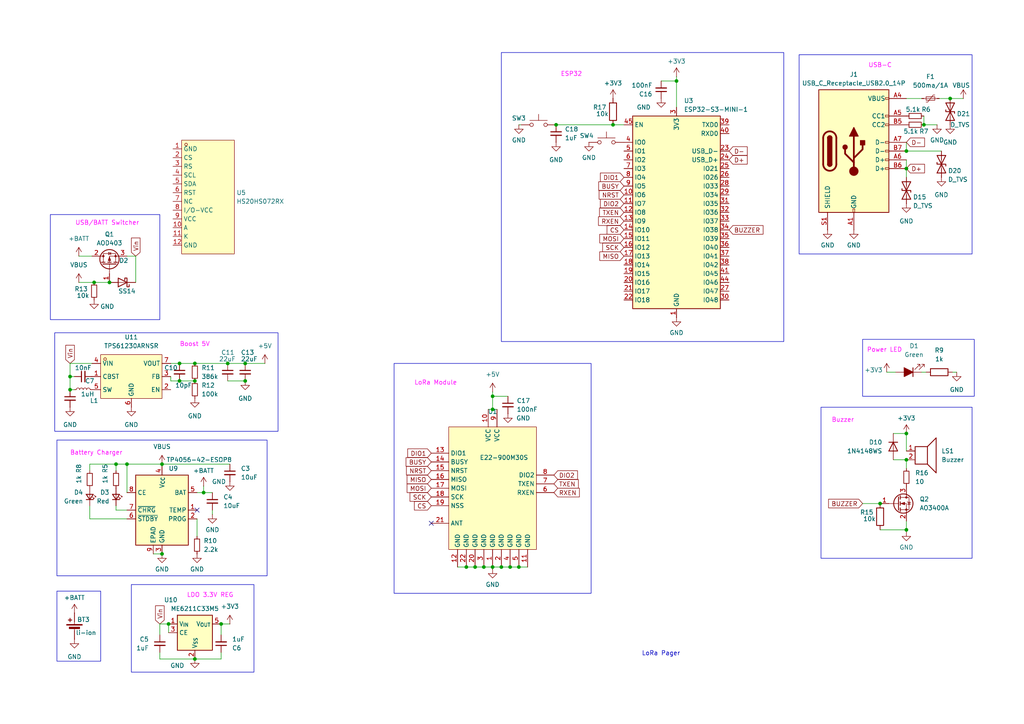
<source format=kicad_sch>
(kicad_sch (version 20250114) (generator "eeschema") (generator_version "9.0")
  (paper "A4")
  (rectangle (start 250.19 98.425) (end 282.575 114.935))
  (rectangle (start 114.3 105.41) (end 171.45 172.085))
  (rectangle (start 145.415 15.24) (end 227.33 99.06))
  (rectangle (start 16.51 171.45) (end 29.21 191.77))
  (rectangle (start 238.125 118.11) (end 281.94 161.925))
  (rectangle (start 15.875 96.52) (end 80.645 125.095))
  (rectangle (start 16.51 127.635) (end 77.47 167.005))
  (rectangle (start 38.1 169.545) (end 73.66 194.945))
  (rectangle (start 231.775 15.875) (end 281.94 73.66))
  (rectangle (start 14.605 62.23) (end 46.355 92.71))
  (text "LDO 3.3V REG" (at 60.96 172.72 0) (effects (font (size 1.27 1.27))))
  (text "3" (at -136.9042 384.0443 0) (effects (font (size 1.27 1.27))))
  (text "3" (at 523.4958 373.8843 0) (effects (font (size 1.27 1.27))))
  (text "Power LED" (at 256.54 101.6 0) (effects (font (size 1.27 1.27))))
  (text "Battery Charger" (at 27.94 131.445 0) (effects (font (size 1.27 1.27))))
  (text "LoRa Module" (at 126.365 111.125 0) (effects (font (size 1.27 1.27))))
  (text "USB-C" (at 255.27 19.05 0) (effects (font (size 1.27 1.27))))
  (text "LoRa Pager" (at 191.7285 189.6264 0) (effects (font (size 1.27 1.27))))
  (text "ESP32" (at 165.735 21.59 0) (effects (font (size 1.27 1.27))))
  (text "Buzzer" (at 244.475 121.92 0) (effects (font (size 1.27 1.27))))
  (text "Boost 5V\n\n" (at 56.515 100.965 0) (effects (font (size 1.27 1.27))))
  (text "USB/BATT Switcher" (at 31.115 64.77 0) (effects (font (size 1.27 1.27))))
  (junction (at 71.12 105.41))
  (junction (at 140.335 164.465))
  (junction (at 56.515 110.49))
  (junction (at -51.435 177.8))
  (junction (at 142.875 118.745))
  (junction (at 262.89 48.895))
  (junction (at 20.32 109.22))
  (junction (at 59.055 142.875))
  (junction (at -36.195 128.27))
  (junction (at -57.15 128.27))
  (junction (at 66.04 105.41))
  (junction (at 48.895 180.975))
  (junction (at 142.875 164.465))
  (junction (at 36.83 134.62))
  (junction (at -62.23 139.065))
  (junction (at 56.515 191.135))
  (junction (at -66.675 123.19))
  (junction (at 46.99 160.655))
  (junction (at 150.495 164.465))
  (junction (at 20.32 113.03))
  (junction (at 31.75 81.915))
  (junction (at 137.795 164.465))
  (junction (at 142.875 114.935))
  (junction (at 71.12 110.49))
  (junction (at -62.23 141.605))
  (junction (at 52.07 110.49))
  (junction (at 262.89 153.67))
  (junction (at 145.415 164.465))
  (junction (at 147.955 164.465))
  (junction (at -62.23 136.525))
  (junction (at 64.135 180.975))
  (junction (at 56.515 105.41))
  (junction (at 196.215 23.495))
  (junction (at 262.89 43.815))
  (junction (at 161.29 36.195))
  (junction (at 262.89 133.35))
  (junction (at -48.26 123.19))
  (junction (at 275.59 28.575))
  (junction (at 255.27 146.05))
  (junction (at -62.23 144.145))
  (junction (at 135.255 164.465))
  (junction (at -36.83 139.065))
  (junction (at 46.99 134.62))
  (junction (at 33.655 134.62))
  (junction (at 27.305 81.915))
  (junction (at 262.89 125.73))
  (junction (at -48.26 128.27))
  (junction (at 177.8 36.195))
  (junction (at -36.195 123.19))
  (junction (at -57.15 123.19))
  (junction (at 267.97 36.195))
  (junction (at -36.83 136.525))
  (junction (at 52.07 105.41))
  (junction (at -81.915 177.8))
  (no_connect (at 57.15 147.955))
  (no_connect (at 125.095 151.765))
  (wire (pts (xy -40.64 123.19) (xy -36.195 123.19)))
  (wire (pts (xy 267.97 33.655) (xy 267.97 36.195)))
  (wire (pts (xy 33.655 134.62) (xy 33.655 136.525)))
  (wire (pts (xy 36.83 134.62) (xy 46.99 134.62)))
  (wire (pts (xy 142.875 118.745) (xy 144.145 118.745)))
  (wire (pts (xy 262.89 125.73) (xy 262.89 130.81)))
  (wire (pts (xy 57.15 155.575) (xy 57.15 150.495)))
  (wire (pts (xy 36.83 134.62) (xy 36.83 142.875)))
  (wire (pts (xy 196.215 23.495) (xy 196.215 31.115)))
  (wire (pts (xy 262.89 133.35) (xy 262.89 135.89)))
  (wire (pts (xy -64.135 128.27) (xy -64.135 139.065)))
  (wire (pts (xy 262.89 153.67) (xy 262.89 151.13)))
  (wire (pts (xy 49.53 109.22) (xy 49.53 110.49)))
  (wire (pts (xy -36.83 139.065) (xy -34.925 139.065)))
  (wire (pts (xy 66.04 105.41) (xy 71.12 105.41)))
  (wire (pts (xy 52.07 105.41) (xy 56.515 105.41)))
  (wire (pts (xy 66.675 134.62) (xy 46.99 134.62)))
  (wire (pts (xy 46.355 180.975) (xy 48.895 180.975)))
  (wire (pts (xy 49.53 110.49) (xy 52.07 110.49)))
  (wire (pts (xy 20.32 109.22) (xy 21.59 109.22)))
  (wire (pts (xy 64.135 191.135) (xy 64.135 189.23)))
  (wire (pts (xy 262.89 46.355) (xy 262.89 48.895)))
  (wire (pts (xy 46.99 134.62) (xy 46.99 135.255)))
  (wire (pts (xy -62.23 170.18) (xy -62.23 159.385)))
  (wire (pts (xy 196.215 22.225) (xy 196.215 23.495)))
  (wire (pts (xy -51.435 177.8) (xy -51.435 180.34)))
  (wire (pts (xy 48.895 180.975) (xy 48.895 183.515)))
  (wire (pts (xy 20.32 113.03) (xy 21.59 113.03)))
  (wire (pts (xy 276.225 107.95) (xy 277.495 107.95)))
  (wire (pts (xy 142.875 165.1) (xy 142.875 164.465)))
  (wire (pts (xy 33.655 147.955) (xy 36.83 147.955)))
  (wire (pts (xy 49.53 105.41) (xy 52.07 105.41)))
  (wire (pts (xy -64.135 170.18) (xy -64.135 156.845)))
  (wire (pts (xy 259.08 133.35) (xy 262.89 133.35)))
  (wire (pts (xy 33.655 146.685) (xy 33.655 147.955)))
  (wire (pts (xy 135.255 164.465) (xy 137.795 164.465)))
  (wire (pts (xy -36.195 128.27) (xy -34.925 128.27)))
  (wire (pts (xy 56.515 105.41) (xy 66.04 105.41)))
  (wire (pts (xy -55.88 123.19) (xy -57.15 123.19)))
  (wire (pts (xy 22.86 81.915) (xy 27.305 81.915)))
  (wire (pts (xy 56.515 191.135) (xy 64.135 191.135)))
  (wire (pts (xy 255.27 153.67) (xy 262.89 153.67)))
  (wire (pts (xy 140.335 164.465) (xy 142.875 164.465)))
  (wire (pts (xy 39.37 74.295) (xy 39.37 81.915)))
  (wire (pts (xy -36.83 136.525) (xy -36.83 132.08)))
  (wire (pts (xy -32.385 141.605) (xy -36.83 141.605)))
  (wire (pts (xy 132.715 164.465) (xy 135.255 164.465)))
  (wire (pts (xy 177.8 36.195) (xy 180.975 36.195)))
  (wire (pts (xy -36.83 136.525) (xy -36.83 139.065)))
  (wire (pts (xy -34.925 133.985) (xy -34.925 128.27)))
  (wire (pts (xy 259.08 125.73) (xy 262.89 125.73)))
  (wire (pts (xy 142.875 114.935) (xy 147.32 114.935)))
  (wire (pts (xy 66.675 180.975) (xy 64.135 180.975)))
  (wire (pts (xy 20.32 109.22) (xy 20.32 113.03)))
  (wire (pts (xy 22.86 74.295) (xy 26.67 74.295)))
  (wire (pts (xy 262.89 41.275) (xy 262.89 43.815)))
  (wire (pts (xy 20.32 105.41) (xy 26.67 105.41)))
  (wire (pts (xy 275.59 28.575) (xy 272.415 28.575)))
  (wire (pts (xy 33.655 134.62) (xy 36.83 134.62)))
  (wire (pts (xy 26.035 134.62) (xy 26.035 136.525)))
  (wire (pts (xy 52.07 110.49) (xy 56.515 110.49)))
  (wire (pts (xy -32.385 123.19) (xy -32.385 136.525)))
  (wire (pts (xy 59.055 140.97) (xy 59.055 142.875)))
  (wire (pts (xy -56.515 170.18) (xy -62.23 170.18)))
  (wire (pts (xy 46.355 191.135) (xy 56.515 191.135)))
  (wire (pts (xy 76.835 105.41) (xy 71.12 105.41)))
  (wire (pts (xy 142.875 113.665) (xy 142.875 114.935)))
  (wire (pts (xy -81.915 177.8) (xy -81.915 180.34)))
  (wire (pts (xy 141.605 118.745) (xy 142.875 118.745)))
  (wire (pts (xy 279.4 28.575) (xy 275.59 28.575)))
  (wire (pts (xy -62.23 139.065) (xy -62.23 141.605)))
  (wire (pts (xy -66.675 146.685) (xy -62.23 146.685)))
  (wire (pts (xy -62.23 141.605) (xy -62.23 144.145)))
  (wire (pts (xy 64.135 180.975) (xy 64.135 184.15)))
  (wire (pts (xy -36.83 132.08) (xy -62.23 132.08)))
  (wire (pts (xy 61.595 149.225) (xy 61.595 147.955)))
  (wire (pts (xy -66.675 123.19) (xy -66.675 141.605)))
  (wire (pts (xy 36.83 74.295) (xy 39.37 74.295)))
  (wire (pts (xy 145.415 164.465) (xy 147.955 164.465)))
  (wire (pts (xy 161.29 36.195) (xy 177.8 36.195)))
  (wire (pts (xy 27.305 81.915) (xy 31.75 81.915)))
  (wire (pts (xy -48.26 128.27) (xy -36.195 128.27)))
  (wire (pts (xy 46.355 184.15) (xy 46.355 180.975)))
  (wire (pts (xy 33.655 134.62) (xy 26.035 134.62)))
  (wire (pts (xy -62.23 136.525) (xy -62.23 139.065)))
  (wire (pts (xy 150.495 164.465) (xy 153.035 164.465)))
  (wire (pts (xy 262.89 154.305) (xy 262.89 153.67)))
  (wire (pts (xy 262.89 28.575) (xy 267.335 28.575)))
  (wire (pts (xy 191.77 23.495) (xy 196.215 23.495)))
  (wire (pts (xy -64.135 156.845) (xy -62.23 156.845)))
  (wire (pts (xy 44.45 160.655) (xy 46.99 160.655)))
  (wire (pts (xy -36.195 123.19) (xy -32.385 123.19)))
  (wire (pts (xy -51.435 175.26) (xy -51.435 177.8)))
  (wire (pts (xy 59.055 142.875) (xy 61.595 142.875)))
  (wire (pts (xy -48.26 128.27) (xy -57.15 128.27)))
  (wire (pts (xy -81.915 175.26) (xy -81.915 177.8)))
  (wire (pts (xy 268.605 107.95) (xy 267.335 107.95)))
  (wire (pts (xy -57.15 128.27) (xy -64.135 128.27)))
  (wire (pts (xy 262.89 43.815) (xy 273.05 43.815)))
  (wire (pts (xy -69.85 123.19) (xy -66.675 123.19)))
  (wire (pts (xy -66.675 123.19) (xy -57.15 123.19)))
  (wire (pts (xy 151.13 36.195) (xy 150.495 36.195)))
  (wire (pts (xy 262.89 51.435) (xy 262.89 48.895)))
  (wire (pts (xy 57.15 142.875) (xy 59.055 142.875)))
  (wire (pts (xy 20.32 105.41) (xy 20.32 109.22)))
  (wire (pts (xy -62.23 132.08) (xy -62.23 136.525)))
  (wire (pts (xy 257.175 107.95) (xy 259.715 107.95)))
  (wire (pts (xy 66.04 110.49) (xy 71.12 110.49)))
  (wire (pts (xy 147.955 164.465) (xy 150.495 164.465)))
  (wire (pts (xy 250.19 146.05) (xy 255.27 146.05)))
  (wire (pts (xy -48.26 123.19) (xy -48.26 128.27)))
  (wire (pts (xy 26.035 150.495) (xy 36.83 150.495)))
  (wire (pts (xy 142.875 164.465) (xy 145.415 164.465)))
  (wire (pts (xy 267.97 36.195) (xy 271.78 36.195)))
  (wire (pts (xy 142.875 114.935) (xy 142.875 118.745)))
  (wire (pts (xy -64.135 144.145) (xy -62.23 144.145)))
  (wire (pts (xy 26.035 146.685) (xy 26.035 150.495)))
  (wire (pts (xy 137.795 164.465) (xy 140.335 164.465)))
  (wire (pts (xy -76.835 170.18) (xy -64.135 170.18)))
  (wire (pts (xy 46.355 189.23) (xy 46.355 191.135)))
  (global_label "MOSI" (shape input) (at 125.095 141.605 180) (property "Intersheetrefs" "${INTERSHEET_REFS}" (effects (hide yes))))
  (global_label "DIO2" (shape input) (at 160.655 137.795 0) (property "Intersheetrefs" "${INTERSHEET_REFS}" (effects (hide yes))))
  (global_label "D+" (shape input) (at 211.455 46.355 0) (property "Intersheetrefs" "${INTERSHEET_REFS}" (effects (hide yes))))
  (global_label "Vin" (shape input) (at 20.32 105.41 90) (property "Intersheetrefs" "${INTERSHEET_REFS}" (effects (hide yes))))
  (global_label "D+" (shape input) (at 262.89 48.895 0) (property "Intersheetrefs" "${INTERSHEET_REFS}" (effects (hide yes))))
  (global_label "SCK" (shape input) (at 125.095 144.145 180) (property "Intersheetrefs" "${INTERSHEET_REFS}" (effects (hide yes))))
  (global_label "MISO" (shape input) (at 125.095 139.065 180) (property "Intersheetrefs" "${INTERSHEET_REFS}" (effects (hide yes))))
  (global_label "NRST" (shape input) (at 125.095 136.525 180) (property "Intersheetrefs" "${INTERSHEET_REFS}" (effects (hide yes))))
  (global_label "SCK" (shape input) (at 180.975 71.755 180) (property "Intersheetrefs" "${INTERSHEET_REFS}" (effects (hide yes))))
  (global_label "Vin" (shape input) (at 39.37 74.295 90) (property "Intersheetrefs" "${INTERSHEET_REFS}" (effects (hide yes))))
  (global_label "RXEN" (shape input) (at 180.975 64.135 180) (property "Intersheetrefs" "${INTERSHEET_REFS}" (effects (hide yes))))
  (global_label "TXEN" (shape input) (at 180.975 61.595 180) (property "Intersheetrefs" "${INTERSHEET_REFS}" (effects (hide yes))))
  (global_label "Vin" (shape input) (at 46.355 180.975 90) (property "Intersheetrefs" "${INTERSHEET_REFS}" (effects (hide yes))))
  (global_label "MISO" (shape input) (at 180.975 74.295 180) (property "Intersheetrefs" "${INTERSHEET_REFS}" (effects (hide yes))))
  (global_label "MOSI" (shape input) (at 180.975 69.215 180) (property "Intersheetrefs" "${INTERSHEET_REFS}" (effects (hide yes))))
  (global_label "BUZZER" (shape input) (at 250.19 146.05 180) (property "Intersheetrefs" "${INTERSHEET_REFS}" (effects (hide yes))))
  (global_label "D-" (shape input) (at 211.455 43.815 0) (property "Intersheetrefs" "${INTERSHEET_REFS}" (effects (hide yes))))
  (global_label "BUZZER" (shape input) (at 211.455 66.675 0) (property "Intersheetrefs" "${INTERSHEET_REFS}" (effects (hide yes))))
  (global_label "RXEN" (shape input) (at 160.655 142.875 0) (property "Intersheetrefs" "${INTERSHEET_REFS}" (effects (hide yes))))
  (global_label "NRST" (shape input) (at 180.975 56.515 180) (property "Intersheetrefs" "${INTERSHEET_REFS}" (effects (hide yes))))
  (global_label "TXEN" (shape input) (at 160.655 140.335 0) (property "Intersheetrefs" "${INTERSHEET_REFS}" (effects (hide yes))))
  (global_label "CS" (shape input) (at 180.975 66.675 180) (property "Intersheetrefs" "${INTERSHEET_REFS}" (effects (hide yes))))
  (global_label "DIO1" (shape input) (at 180.975 51.435 180) (property "Intersheetrefs" "${INTERSHEET_REFS}" (effects (hide yes))))
  (global_label "BUSY" (shape input) (at 180.975 53.975 180) (property "Intersheetrefs" "${INTERSHEET_REFS}" (effects (hide yes))))
  (global_label "BUSY" (shape input) (at 125.095 133.985 180) (property "Intersheetrefs" "${INTERSHEET_REFS}" (effects (hide yes))))
  (global_label "D-" (shape input) (at 262.89 41.275 0) (property "Intersheetrefs" "${INTERSHEET_REFS}" (effects (hide yes))))
  (global_label "DIO1" (shape input) (at 125.095 131.445 180) (property "Intersheetrefs" "${INTERSHEET_REFS}" (effects (hide yes))))
  (global_label "DIO2" (shape input) (at 180.975 59.055 180) (property "Intersheetrefs" "${INTERSHEET_REFS}" (effects (hide yes))))
  (global_label "CS" (shape input) (at 125.095 146.685 180) (property "Intersheetrefs" "${INTERSHEET_REFS}" (effects (hide yes))))
  (symbol (lib_id "power:+3V3") (at 196.215 22.225 0) (unit 1)
    (property "Reference" "#PWR05" (effects (hide yes)))
    (property "Value" "+3V3" (at 196.215 17.78 0))
    (property "Description" "Power symbol creates a global label with name \"+3V3\"" (effects (hide yes)))
  )
  (symbol (lib_id "power:GND") (at 147.32 120.015 0) (unit 1)
    (property "Reference" "#PWR018" (effects (hide yes)))
    (property "Value" "GND" (at 151.765 121.285 0))
    (property "Description" "Power symbol creates a global label with name \"GND\" , ground" (effects (hide yes)))
  )
  (symbol (lib_id "easyeda2kicad:HS17QS178RX") (at -34.29 60.325 0) (unit 1)
    (property "Reference" "U2" (at -24.765 59.0549 0) (effects (justify left)))
    (property "Value" "HS17QS178RX" (at -24.765 61.5949 0) (effects (justify left)))
    (property "Footprint" "easyeda2kicad:OLED-SMD_10P-P0.50_HS17QS178RX" (effects (hide yes)))
    (property "LCSC Part" "C5329581" (effects (hide yes)))
  )
  (symbol (lib_id "power:GND") (at 21.59 185.42 0) (unit 1)
    (property "Reference" "#PWR030" (effects (hide yes)))
    (property "Value" "GND" (at 21.59 190.5 0))
    (property "Description" "Power symbol creates a global label with name \"GND\" , ground" (effects (hide yes)))
  )
  (symbol (lib_id "power:GND") (at 66.675 139.7 0) (unit 1)
    (property "Reference" "#PWR015" (effects (hide yes)))
    (property "Value" "GND" (at 63.5 139.7 0))
    (property "Description" "Power symbol creates a global label with name \"GND\" , ground" (effects (hide yes)))
  )
  (symbol (lib_id "Device:C_Small") (at -36.195 125.73 0) (unit 1)
    (property "Reference" "C1" (at -40.64 124.46 0) (effects (justify left)))
    (property "Value" "220n" (at -41.91 127 0) (effects (justify left)))
    (property "Description" "Unpolarized capacitor, small symbol" (effects (hide yes)))
  )
  (symbol (lib_id "Device:R") (at 255.27 149.86 0) (mirror y) (unit 1)
    (property "Reference" "R15" (at 253.365 148.59 0) (effects (justify left)))
    (property "Value" "10k" (at 254 150.4949 0) (effects (justify left)))
    (property "Footprint" "Resistor_SMD:R_0805_2012Metric_Pad1.20x1.40mm_HandSolder" (effects (hide yes)))
    (property "Description" "Resistor" (effects (hide yes)))
    (property "LCSC Part" " C17414" (effects (hide yes)))
  )
  (symbol (lib_id "Device:R_Small") (at -32.385 139.065 0) (unit 1)
    (property "Reference" "R1" (at -31.115 138.43 0) (effects (justify left)))
    (property "Value" "10" (at -32.385 140.335 90) (effects (justify left)))
    (property "Description" "Resistor, small symbol" (effects (hide yes)))
  )
  (symbol (lib_id "easyeda2kicad:E22-900M30S") (at 142.875 144.145 0) (unit 1)
    (property "Reference" "U1" (at 142.875 119.38 0))
    (property "Value" "E22-900M30S" (at 146.177 132.715 0))
    (property "Footprint" "easyeda2kicad:WIRELM-SMD_E22-900M30S" (effects (hide yes)))
    (property "Datasheet" "https://lcsc.com/product-detail/Wireless-Modules_Chengdu-Ebyte-Elec-Tech-E22-900M30S_C411294.html" (effects (hide yes)))
    (property "LCSC Part" "C411294" (effects (hide yes)))
  )
  (symbol (lib_id "easyeda2kicad:5034801000") (at -63.5 99.06 0) (unit 1)
    (property "Reference" "FPC1" (at -60.96 80.645 0))
    (property "Value" "5034801000" (at -60.96 83.185 0))
    (property "Footprint" "easyeda2kicad:FPC-SMD_5034801000" (effects (hide yes)))
    (property "Datasheet" "https://lcsc.com/product-detail/FPC-Connectors_MOLEX_5034801000_FFC-FPCBoard-Right-Angle-80Contacts-socket-0-5mm_C127355.html" (effects (hide yes)))
    (property "LCSC Part" "C127355" (effects (hide yes)))
  )
  (symbol (lib_id "Device:R_Small") (at -34.925 136.525 0) (unit 1)
    (property "Reference" "R2" (at -34.925 133.35 0) (effects (justify left)))
    (property "Value" "10" (at -34.925 137.795 90) (effects (justify left)))
    (property "Description" "Resistor, small symbol" (effects (hide yes)))
  )
  (symbol (lib_id "power:GND") (at 161.29 41.275 0) (unit 1)
    (property "Reference" "#PWR039" (effects (hide yes)))
    (property "Value" "GND" (at 161.29 46.355 0))
    (property "Description" "Power symbol creates a global label with name \"GND\" , ground" (effects (hide yes)))
  )
  (symbol (lib_id "power:GND") (at 142.875 165.1 0) (unit 1)
    (property "Reference" "#PWR01" (effects (hide yes)))
    (property "Value" "GND" (at 142.875 169.545 0))
    (property "Description" "Power symbol creates a global label with name \"GND\" , ground" (effects (hide yes)))
  )
  (symbol (lib_id "sussymosfet:SIRA60DP-T1-GE3") (at -76.835 170.18 270) (unit 1)
    (property "Reference" "U7" (at -74.295 184.785 90) (effects (font (size 1.524 1.524))))
    (property "Value" "SIRA60DP-T1-GE3" (at -74.295 187.325 90) (effects (font (size 1.524 1.524))))
    (property "Footprint" "sussymosfet:MOSFET_7DP-T1-GE3_VIS" (effects (hide yes)))
    (property "Datasheet" "SIRA60DP-T1-GE3" (effects (hide yes)))
  )
  (symbol (lib_id "Device:C_Small") (at 147.32 117.475 0) (unit 1)
    (property "Reference" "C17" (at 149.86 116.2112 0) (effects (justify left)))
    (property "Value" "100nF" (at 149.86 118.7512 0) (effects (justify left)))
    (property "Footprint" "Capacitor_SMD:C_0402_1005Metric_Pad0.74x0.62mm_HandSolder" (effects (hide yes)))
    (property "Description" "Unpolarized capacitor, small symbol" (effects (hide yes)))
    (property "LCSC Part" "C1525" (effects (hide yes)))
  )
  (symbol (lib_id "Device:C_Small") (at 24.13 109.22 90) (unit 1)
    (property "Reference" "C7" (at 26.035 110.49 90))
    (property "Value" "10nF" (at 24.13 106.68 90))
    (property "Description" "Unpolarized capacitor, small symbol" (effects (hide yes)))
  )
  (symbol (lib_id "power:GND") (at 57.15 160.655 0) (unit 1)
    (property "Reference" "#PWR022" (effects (hide yes)))
    (property "Value" "GND" (at 57.15 165.1 0))
    (property "Description" "Power symbol creates a global label with name \"GND\" , ground" (effects (hide yes)))
  )
  (symbol (lib_id "easyeda2kicad:BQ76905RGRR") (at -49.53 146.685 0) (unit 1)
    (property "Reference" "U6" (at -41.91 130.81 0))
    (property "Value" "BQ76905RGRR" (at -53.34 130.175 0))
    (property "Footprint" "easyeda2kicad:VQFN-20_L3.5-W3.5-P0.50-TL-EP2.1" (effects (hide yes)))
    (property "Datasheet" "https://www.ti.com/lit/ds/symlink/bq76905.pdf?ts=1704175523920" (effects (hide yes)))
    (property "LCSC Part" "C22394458" (effects (hide yes)))
  )
  (symbol (lib_id "power:GND") (at 240.03 66.675 0) (unit 1)
    (property "Reference" "#PWR04" (effects (hide yes)))
    (property "Value" "GND" (at 240.03 71.12 0))
    (property "Description" "Power symbol creates a global label with name \"GND\" , ground" (effects (hide yes)))
  )
  (symbol (lib_id "Device:C_Small") (at 66.675 137.16 0) (unit 1)
    (property "Reference" "C3" (at 69.85 135.8962 0) (effects (justify left)))
    (property "Value" "10uF" (at 69.85 138.4362 0) (effects (justify left)))
    (property "Description" "Unpolarized capacitor, small symbol" (effects (hide yes)))
  )
  (symbol (lib_id "Device:R_Small") (at -66.675 144.145 0) (mirror y) (unit 1)
    (property "Reference" "R4" (at -67.945 143.51 0) (effects (justify left)))
    (property "Value" "10" (at -66.675 145.415 90) (effects (justify left)))
    (property "Description" "Resistor, small symbol" (effects (hide yes)))
  )
  (symbol (lib_id "power:GND") (at 61.595 149.225 0) (unit 1)
    (property "Reference" "#PWR016" (effects (hide yes)))
    (property "Value" "GND" (at 61.595 153.67 0))
    (property "Description" "Power symbol creates a global label with name \"GND\" , ground" (effects (hide yes)))
  )
  (symbol (lib_id "sussymosfet:SIRA60DP-T1-GE3") (at -56.515 170.18 90) (mirror x) (unit 1)
    (property "Reference" "U8" (at -59.055 184.785 90) (effects (font (size 1.524 1.524))))
    (property "Value" "SIRA60DP-T1-GE3" (at -59.055 187.325 90) (effects (font (size 1.524 1.524))))
    (property "Footprint" "sussymosfet:MOSFET_7DP-T1-GE3_VIS" (effects (hide yes)))
    (property "Datasheet" "SIRA60DP-T1-GE3" (effects (hide yes)))
  )
  (symbol (lib_id "Device:C_Small") (at 52.07 107.95 0) (unit 1)
    (property "Reference" "C10" (at 47.625 106.68 0) (effects (justify left)))
    (property "Value" "10pF" (at 50.8 111.76 0) (effects (justify left)))
    (property "Description" "Unpolarized capacitor, small symbol" (effects (hide yes)))
  )
  (symbol (lib_id "Device:Battery_Cell") (at 21.59 182.88 0) (mirror y) (unit 1)
    (property "Reference" "BT3" (at 26.035 179.705 0) (effects (justify left)))
    (property "Value" "li-ion" (at 27.94 183.515 0) (effects (justify left)))
    (property "Description" "Single-cell battery" (effects (hide yes)))
  )
  (symbol (lib_id "Device:R_Small") (at 265.43 36.195 90) (unit 1)
    (property "Reference" "R7" (at 267.97 38.1 90))
    (property "Value" "5.1k" (at 264.16 38.1 90))
    (property "Footprint" "Resistor_SMD:R_0603_1608Metric_Pad0.98x0.95mm_HandSolder" (effects (hide yes)))
    (property "Description" "Resistor, small symbol" (effects (hide yes)))
    (property "LCSC Part" "C23186" (effects (hide yes)))
  )
  (symbol (lib_id "Connector:USB_C_Receptacle_USB2.0_14P") (at 247.65 43.815 0) (unit 1)
    (property "Reference" "J1" (at 247.65 21.59 0))
    (property "Value" "USB_C_Receptacle_USB2.0_14P" (at 247.65 24.13 0))
    (property "Footprint" "Connector_USB:USB_C_Receptacle_G-Switch_GT-USB-7010ASV" (effects (hide yes)))
    (property "Datasheet" "https://www.usb.org/sites/default/files/documents/usb_type-c.zip" (effects (hide yes)))
    (property "Description" "USB 2.0-only 14P Type-C Receptacle connector" (effects (hide yes)))
    (property "LCSC Part" "C2988369" (effects (hide yes)))
  )
  (symbol (lib_id "power:GND") (at -49.53 164.465 0) (unit 1)
    (property "Reference" "#PWR010" (effects (hide yes)))
    (property "Value" "GND" (at -49.53 169.545 0))
    (property "Description" "Power symbol creates a global label with name \"GND\" , ground" (effects (hide yes)))
  )
  (symbol (lib_id "power:GND") (at -36.83 159.385 0) (unit 1)
    (property "Reference" "#PWR09" (effects (hide yes)))
    (property "Value" "GND" (at -36.83 164.465 0))
    (property "Description" "Power symbol creates a global label with name \"GND\" , ground" (effects (hide yes)))
  )
  (symbol (lib_id "Transistor_FET:Q_PMOS_GDS") (at 31.75 76.835 90) (unit 1)
    (property "Reference" "Q1" (at 31.75 67.945 90))
    (property "Value" "AOD403" (at 31.75 70.485 90))
    (property "Description" "P-MOSFET transistor, gate/drain/source" (effects (hide yes)))
    (property "LCSC Part" "C5224305" (effects (hide yes)))
  )
  (symbol (lib_id "Device:C_Small") (at 20.32 115.57 0) (mirror y) (unit 1)
    (property "Reference" "C8" (effects (hide yes)))
    (property "Value" "10uF" (effects (hide yes)))
    (property "Description" "Unpolarized capacitor, small symbol" (effects (hide yes)))
  )
  (symbol (lib_id "Device:Q_NMOS_GSD") (at 260.35 146.05 0) (unit 1)
    (property "Reference" "Q2" (at 266.7 144.7799 0) (effects (justify left)))
    (property "Value" "AO3400A" (at 266.7 147.3199 0) (effects (justify left)))
    (property "Footprint" "Package_TO_SOT_SMD:SOT-23_Handsoldering" (effects (hide yes)))
    (property "Description" "N-MOSFET transistor, gate/source/drain" (effects (hide yes)))
    (property "LCSC Part" "C347475" (effects (hide yes)))
  )
  (symbol (lib_id "power:+5V") (at 76.835 105.41 0) (unit 1)
    (property "Reference" "#PWR040" (effects (hide yes)))
    (property "Value" "+5V" (at 76.835 100.33 0))
    (property "Description" "Power symbol creates a global label with name \"+5V\"" (effects (hide yes)))
  )
  (symbol (lib_id "power:+3V3") (at 177.8 28.575 0) (unit 1)
    (property "Reference" "#PWR03" (effects (hide yes)))
    (property "Value" "+3V3" (at 177.8 24.13 0))
    (property "Description" "Power symbol creates a global label with name \"+3V3\"" (effects (hide yes)))
  )
  (symbol (lib_id "Battery_Management:TP4056-42-ESOP8") (at 46.99 147.955 0) (unit 1)
    (property "Reference" "U9" (at 48.895 135.89 0) (effects (justify left)))
    (property "Value" "TP4056-42-ESOP8" (at 48.26 133.35 0) (effects (justify left)))
    (property "Footprint" "Package_SO:SOIC-8-1EP_3.9x4.9mm_P1.27mm_EP2.41x3.3mm_ThermalVias" (effects (hide yes)))
    (property "Datasheet" "https://www.lcsc.com/datasheet/lcsc_datasheet_2410121619_TOPPOWER-Nanjing-Extension-Microelectronics-TP4056-42-ESOP8_C16581.pdf" (effects (hide yes)))
    (property "Description" "1A Standalone Linear Li-ion/LiPo single-cell battery charger, 4.2V ±1% charge voltage, VCC = 4.0..8.0V, SOIC-8 (SOP-8)" (effects (hide yes)))
  )
  (symbol (lib_id "Device:D_TVS") (at 262.89 55.245 90) (unit 1)
    (property "Reference" "D15" (at 264.795 57.15 90) (effects (justify right)))
    (property "Value" "D_TVS" (at 264.795 59.69 90) (effects (justify right)))
    (property "Footprint" "Diode_SMD:D_SOD-923" (effects (hide yes)))
    (property "Description" "Bidirectional transient-voltage-suppression diode" (effects (hide yes)))
    (property "LCSC Part" "C96512" (effects (hide yes)))
  )
  (symbol (lib_id "Device:R_Small") (at 57.15 158.115 0) (unit 1)
    (property "Reference" "R10" (at 59.055 156.8449 0) (effects (justify left)))
    (property "Value" "2.2k" (at 59.055 159.3849 0) (effects (justify left)))
    (property "Description" "Resistor, small symbol" (effects (hide yes)))
  )
  (symbol (lib_id "power:VBUS") (at 22.86 81.915 0) (unit 1)
    (property "Reference" "#PWR042" (effects (hide yes)))
    (property "Value" "VBUS" (at 22.86 76.835 0))
    (property "Description" "Power symbol creates a global label with name \"VBUS\"" (effects (hide yes)))
  )
  (symbol (lib_id "Device:LED_Small") (at 26.035 144.145 270) (mirror x) (unit 1)
    (property "Reference" "D4" (at 24.13 142.8114 90) (effects (justify right)))
    (property "Value" "Green" (at 24.13 145.3514 90) (effects (justify right)))
    (property "Description" "Light emitting diode, small symbol" (effects (hide yes)))
    (property "Sim.Pin" "1=K 2=A" (effects (hide yes)))
  )
  (symbol (lib_id "Device:D_Schottky") (at 35.56 81.915 180) (unit 1)
    (property "Reference" "D2" (at 35.8775 75.565 0))
    (property "Value" "SS14" (at 36.83 84.455 0))
    (property "Description" "Schottky diode" (effects (hide yes)))
    (property "LCSC Part" "C2480" (effects (hide yes)))
  )
  (symbol (lib_id "power:GND") (at 247.65 66.675 0) (unit 1)
    (property "Reference" "#PWR06" (effects (hide yes)))
    (property "Value" "GND" (at 247.65 71.12 0))
    (property "Description" "Power symbol creates a global label with name \"GND\" , ground" (effects (hide yes)))
  )
  (symbol (lib_id "power:GND") (at 196.215 92.075 0) (unit 1)
    (property "Reference" "#PWR07" (effects (hide yes)))
    (property "Value" "GND" (at 196.215 96.52 0))
    (property "Description" "Power symbol creates a global label with name \"GND\" , ground" (effects (hide yes)))
  )
  (symbol (lib_id "power:GND") (at 277.495 107.95 0) (unit 1)
    (property "Reference" "#PWR034" (effects (hide yes)))
    (property "Value" "GND" (at 277.495 113.03 0))
    (property "Description" "Power symbol creates a global label with name \"GND\" , ground" (effects (hide yes)))
  )
  (symbol (lib_id "Device:C_Small") (at 191.77 26.035 180) (unit 1)
    (property "Reference" "C16" (at 189.23 27.2988 0) (effects (justify left)))
    (property "Value" "100nF" (at 189.23 24.7588 0) (effects (justify left)))
    (property "Footprint" "Capacitor_SMD:C_0402_1005Metric_Pad0.74x0.62mm_HandSolder" (effects (hide yes)))
    (property "Description" "Unpolarized capacitor, small symbol" (effects (hide yes)))
    (property "LCSC Part" "C1525" (effects (hide yes)))
  )
  (symbol (lib_id "Device:R_Small") (at 33.655 139.065 0) (mirror y) (unit 1)
    (property "Reference" "R5" (at 30.48 135.89 90))
    (property "Value" "1k" (at 30.48 139.065 90))
    (property "Description" "Resistor, small symbol" (effects (hide yes)))
  )
  (symbol (lib_id "power:+5V") (at 142.875 113.665 0) (unit 1)
    (property "Reference" "#PWR02" (effects (hide yes)))
    (property "Value" "+5V" (at 142.875 108.585 0))
    (property "Description" "Power symbol creates a global label with name \"+5V\"" (effects (hide yes)))
  )
  (symbol (lib_id "power:GND") (at 262.89 154.305 0) (unit 1)
    (property "Reference" "#PWR050" (effects (hide yes)))
    (property "Value" "GND" (at 262.89 158.75 0))
    (property "Description" "Power symbol creates a global label with name \"GND\" , ground" (effects (hide yes)))
  )
  (symbol (lib_id "power:GND") (at 56.515 115.57 0) (unit 1)
    (property "Reference" "#PWR038" (effects (hide yes)))
    (property "Value" "GND" (at 56.515 120.65 0))
    (property "Description" "Power symbol creates a global label with name \"GND\" , ground" (effects (hide yes)))
  )
  (symbol (lib_id "Diode:1N4148WS") (at 259.08 129.54 90) (mirror x) (unit 1)
    (property "Reference" "D10" (at 255.905 128.2699 90) (effects (justify left)))
    (property "Value" "1N4148WS" (at 255.905 130.8099 90) (effects (justify left)))
    (property "Footprint" "Diode_SMD:D_SOD-323_HandSoldering" (effects (hide yes)))
    (property "Datasheet" "https://www.vishay.com/docs/85751/1n4148ws.pdf" (effects (hide yes)))
    (property "Description" "75V 0.15A Fast switching Diode, SOD-323" (effects (hide yes)))
    (property "Sim.Device" "D" (effects (hide yes)))
    (property "Sim.Pins" "1=K 2=A" (effects (hide yes)))
    (property "LCSC Part" "C2828422" (effects (hide yes)))
  )
  (symbol (lib_id "Device:C_Small") (at 66.04 107.95 0) (unit 1)
    (property "Reference" "C11" (at 64.135 102.235 0) (effects (justify left)))
    (property "Value" "22uF" (at 63.5 104.14 0) (effects (justify left)))
    (property "Description" "Unpolarized capacitor, small symbol" (effects (hide yes)))
  )
  (symbol (lib_id "Device:Speaker") (at 267.97 130.81 0) (unit 1)
    (property "Reference" "LS1" (at 273.05 130.8099 0) (effects (justify left)))
    (property "Value" "Buzzer" (at 273.05 133.3499 0) (effects (justify left)))
    (property "Footprint" "easyeda2kicad:BUZ-SMD_4P-L8.5-W8.5-P8.50-BR" (effects (hide yes)))
    (property "Description" "Speaker" (effects (hide yes)))
    (property "LCSC Part" "C94599" (effects (hide yes)))
  )
  (symbol (lib_id "Device:LED_Small") (at 33.655 144.145 270) (mirror x) (unit 1)
    (property "Reference" "D3" (at 31.75 142.8114 90) (effects (justify right)))
    (property "Value" "Red" (at 31.75 145.3514 90) (effects (justify right)))
    (property "Description" "Light emitting diode, small symbol" (effects (hide yes)))
    (property "Sim.Pin" "1=K 2=A" (effects (hide yes)))
  )
  (symbol (lib_id "Switch:SW_Push") (at 156.21 36.195 0) (unit 1)
    (property "Reference" "SW3" (at 150.495 34.29 0))
    (property "Value" "TS-1089S-02526" (effects (hide yes)))
    (property "Footprint" "easyeda2kicad:SW-SMD_4P-L4.2-W3.3-P2.15-LS5.1" (effects (hide yes)))
    (property "Description" "Push button switch, generic, two pins" (effects (hide yes)))
    (property "LCSC Part" "C455282" (effects (hide yes)))
  )
  (symbol (lib_id "Device:R_Small") (at 26.035 139.065 0) (mirror y) (unit 1)
    (property "Reference" "R8" (at 22.86 135.89 90))
    (property "Value" "1k" (at 22.86 139.065 90))
    (property "Description" "Resistor, small symbol" (effects (hide yes)))
  )
  (symbol (lib_id "Device:R_Small") (at 265.43 33.655 90) (unit 1)
    (property "Reference" "R6" (at 268.605 31.75 90))
    (property "Value" "5.1k" (at 264.795 31.75 90))
    (property "Footprint" "Resistor_SMD:R_0603_1608Metric_Pad0.98x0.95mm_HandSolder" (effects (hide yes)))
    (property "Description" "Resistor, small symbol" (effects (hide yes)))
    (property "LCSC Part" "C23186" (effects (hide yes)))
  )
  (symbol (lib_id "Device:R_Small") (at 56.515 113.03 0) (unit 1)
    (property "Reference" "R12" (at 58.42 111.7599 0) (effects (justify left)))
    (property "Value" "100k" (at 58.42 114.2999 0) (effects (justify left)))
    (property "Description" "Resistor, small symbol" (effects (hide yes)))
  )
  (symbol (lib_id "power:+3V3") (at 257.175 107.95 0) (unit 1)
    (property "Reference" "#PWR031" (effects (hide yes)))
    (property "Value" "+3V3" (at 253.365 107.315 0))
    (property "Description" "Power symbol creates a global label with name \"+3V3\"" (effects (hide yes)))
  )
  (symbol (lib_id "power:GND") (at 27.305 86.995 0) (unit 1)
    (property "Reference" "#PWR043" (effects (hide yes)))
    (property "Value" "GND" (at 31.115 88.9 0))
    (property "Description" "Power symbol creates a global label with name \"GND\" , ground" (effects (hide yes)))
  )
  (symbol (lib_id "Regulator_Linear:ME6211C33M5") (at 56.515 183.515 0) (unit 1)
    (property "Reference" "U10" (at 49.53 173.99 0))
    (property "Value" "ME6211C33M5" (at 56.515 176.53 0))
    (property "Footprint" "Package_TO_SOT_SMD:SOT-23-5" (effects (hide yes)))
    (property "Datasheet" "https://www.lcsc.com/datasheet/lcsc_datasheet_2304140030_MICRONE-Nanjing-Micro-One-Elec-ME6211C33R5G_C235316.pdf" (effects (hide yes)))
    (property "Description" "500mA low dropout linear regulator, shutdown pin, 6.5V max input voltage, 3.3V fixed positive output, SOT-23-5" (effects (hide yes)))
  )
  (symbol (lib_id "power:+BATT") (at 22.86 74.295 0) (unit 1)
    (property "Reference" "#PWR036" (effects (hide yes)))
    (property "Value" "+BATT" (at 22.86 69.215 0))
    (property "Description" "Power symbol creates a global label with name \"+BATT\"" (effects (hide yes)))
  )
  (symbol (lib_id "Device:C_Small") (at 61.595 145.415 0) (unit 1)
    (property "Reference" "C4" (at 64.77 144.1512 0) (effects (justify left)))
    (property "Value" "10uF" (at 64.77 146.6912 0) (effects (justify left)))
    (property "Description" "Unpolarized capacitor, small symbol" (effects (hide yes)))
  )
  (symbol (lib_id "Device:R_Small") (at -64.135 141.605 0) (mirror y) (unit 1)
    (property "Reference" "R3" (at -64.135 138.43 0) (effects (justify left)))
    (property "Value" "10" (at -64.135 142.875 90) (effects (justify left)))
    (property "Description" "Resistor, small symbol" (effects (hide yes)))
  )
  (symbol (lib_id "easyeda2kicad:HS20HS072RX") (at 60.325 57.15 0) (unit 1)
    (property "Reference" "U5" (at 68.58 55.8799 0) (effects (justify left)))
    (property "Value" "HS20HS072RX" (at 68.58 58.4199 0) (effects (justify left)))
    (property "Footprint" "easyeda2kicad:OLED-SMD_HS20HS072RX" (effects (hide yes)))
    (property "LCSC Part" "C5329582" (effects (hide yes)))
  )
  (symbol (lib_id "power:GND") (at 191.77 28.575 0) (unit 1)
    (property "Reference" "#PWR017" (effects (hide yes)))
    (property "Value" "GND" (at 186.69 31.115 0))
    (property "Description" "Power symbol creates a global label with name \"GND\" , ground" (effects (hide yes)))
  )
  (symbol (lib_id "power:GND") (at 46.99 160.655 0) (unit 1)
    (property "Reference" "#PWR020" (effects (hide yes)))
    (property "Value" "GND" (at 46.99 165.1 0))
    (property "Description" "Power symbol creates a global label with name \"GND\" , ground" (effects (hide yes)))
  )
  (symbol (lib_id "Device:C_Small") (at -57.15 125.73 0) (unit 1)
    (property "Reference" "C2" (at -61.595 124.46 0) (effects (justify left)))
    (property "Value" "220n" (at -62.865 127 0) (effects (justify left)))
    (property "Description" "Unpolarized capacitor, small symbol" (effects (hide yes)))
  )
  (symbol (lib_id "power:GND") (at -69.85 123.19 0) (mirror y) (unit 1)
    (property "Reference" "#PWR013" (effects (hide yes)))
    (property "Value" "GND" (at -69.85 128.27 0))
    (property "Description" "Power symbol creates a global label with name \"GND\" , ground" (effects (hide yes)))
  )
  (symbol (lib_id "Device:R_Small") (at 262.89 138.43 0) (unit 1)
    (property "Reference" "R16" (at 265.43 137.1599 0) (effects (justify left)))
    (property "Value" "10" (at 265.43 139.6999 0) (effects (justify left)))
    (property "Footprint" "Resistor_SMD:R_0603_1608Metric_Pad0.98x0.95mm_HandSolder" (effects (hide yes)))
    (property "Description" "Resistor, small symbol" (effects (hide yes)))
    (property "LCSC Part" "C22859" (effects (hide yes)))
  )
  (symbol (lib_id "Device:D_TVS") (at 275.59 32.385 90) (unit 1)
    (property "Reference" "D21" (at 277.495 33.02 90) (effects (justify right)))
    (property "Value" "D_TVS" (at 275.59 36.195 90) (effects (justify right)))
    (property "Footprint" "Diode_SMD:D_SOD-923" (effects (hide yes)))
    (property "Description" "Bidirectional transient-voltage-suppression diode" (effects (hide yes)))
    (property "LCSC Part" "C96512" (effects (hide yes)))
  )
  (symbol (lib_id "Device:C_Small") (at 71.12 107.95 0) (unit 1)
    (property "Reference" "C13" (at 69.85 102.235 0) (effects (justify left)))
    (property "Value" "22uF" (at 69.85 104.14 0) (effects (justify left)))
    (property "Description" "Unpolarized capacitor, small symbol" (effects (hide yes)))
  )
  (symbol (lib_id "Device:R") (at 272.415 107.95 90) (unit 1)
    (property "Reference" "R9" (at 272.415 101.6 90))
    (property "Value" "1k" (at 272.415 104.14 90))
    (property "Footprint" "Resistor_SMD:R_0402_1005Metric_Pad0.72x0.64mm_HandSolder" (effects (hide yes)))
    (property "Description" "Resistor" (effects (hide yes)))
    (property "LCSC Part" "C11702" (effects (hide yes)))
  )
  (symbol (lib_id "power:+BATT") (at 21.59 177.8 0) (unit 1)
    (property "Reference" "#PWR029" (effects (hide yes)))
    (property "Value" "+BATT" (at 21.59 173.355 0))
    (property "Description" "Power symbol creates a global label with name \"+BATT\"" (effects (hide yes)))
  )
  (symbol (lib_id "power:GND") (at 273.05 51.435 0) (unit 1)
    (property "Reference" "#PWR053" (effects (hide yes)))
    (property "Value" "GND" (at 273.05 56.515 0))
    (property "Description" "Power symbol creates a global label with name \"GND\" , ground" (effects (hide yes)))
  )
  (symbol (lib_id "power:GND") (at 38.1 118.11 0) (unit 1)
    (property "Reference" "#PWR035" (effects (hide yes)))
    (property "Value" "GND" (at 38.1 123.19 0))
    (property "Description" "Power symbol creates a global label with name \"GND\" , ground" (effects (hide yes)))
  )
  (symbol (lib_id "Device:R_Small") (at 56.515 107.95 0) (unit 1)
    (property "Reference" "R11" (at 58.42 106.6799 0) (effects (justify left)))
    (property "Value" "386k" (at 58.42 109.2199 0) (effects (justify left)))
    (property "Description" "Resistor, small symbol" (effects (hide yes)))
  )
  (symbol (lib_id "power:GND") (at 271.78 36.195 0) (unit 1)
    (property "Reference" "#PWR011" (effects (hide yes)))
    (property "Value" "GND" (at 271.78 40.64 0))
    (property "Description" "Power symbol creates a global label with name \"GND\" , ground" (effects (hide yes)))
  )
  (symbol (lib_id "power:+BATT") (at 59.055 140.97 0) (unit 1)
    (property "Reference" "#PWR023" (effects (hide yes)))
    (property "Value" "+BATT" (at 59.055 136.525 0))
    (property "Description" "Power symbol creates a global label with name \"+BATT\"" (effects (hide yes)))
  )
  (symbol (lib_id "Device:Battery_Cell") (at -45.72 123.19 270) (unit 1)
    (property "Reference" "BT1" (at -43.18 121.92 90) (effects (justify left)))
    (property "Value" "18650" (at -45.72 119.38 90) (effects (justify left)))
    (property "Description" "Single-cell battery" (effects (hide yes)))
  )
  (symbol (lib_id "power:GND") (at 150.495 36.195 0) (unit 1)
    (property "Reference" "#PWR08" (effects (hide yes)))
    (property "Value" "GND" (at 150.495 40.64 0))
    (property "Description" "Power symbol creates a global label with name \"GND\" , ground" (effects (hide yes)))
  )
  (symbol (lib_id "Switch:SW_Push") (at 175.895 41.275 0) (unit 1)
    (property "Reference" "SW4" (at 170.18 39.37 0))
    (property "Value" "TS-1089S-02526" (effects (hide yes)))
    (property "Footprint" "easyeda2kicad:SW-SMD_4P-L4.2-W3.3-P2.15-LS5.1" (effects (hide yes)))
    (property "Description" "Push button switch, generic, two pins" (effects (hide yes)))
    (property "LCSC Part" "C455282" (effects (hide yes)))
  )
  (symbol (lib_id "Device:R_Small") (at 27.305 84.455 0) (unit 1)
    (property "Reference" "R13" (at 21.59 83.82 0) (effects (justify left)))
    (property "Value" "10k" (at 22.225 85.725 0) (effects (justify left)))
    (property "Description" "Resistor, small symbol" (effects (hide yes)))
  )
  (symbol (lib_id "power:GND") (at 20.32 118.11 0) (unit 1)
    (property "Reference" "#PWR037" (effects (hide yes)))
    (property "Value" "GND" (at 20.32 123.19 0))
    (property "Description" "Power symbol creates a global label with name \"GND\" , ground" (effects (hide yes)))
  )
  (symbol (lib_id "RF_Module:ESP32-S3-MINI-1") (at 196.215 61.595 0) (unit 1)
    (property "Reference" "U3" (at 198.3583 29.21 0) (effects (justify left)))
    (property "Value" "ESP32-S3-MINI-1" (at 198.3583 31.75 0) (effects (justify left)))
    (property "Footprint" "RF_Module:ESP32-S2-MINI-1" (effects (hide yes)))
    (property "Datasheet" "https://www.espressif.com/sites/default/files/documentation/esp32-s3-mini-1_mini-1u_datasheet_en.pdf" (effects (hide yes)))
    (property "Description" "RF Module, ESP32-S3 SoC, Wi-Fi 802.11b/g/n, Bluetooth, BLE, 32-bit, 3.3V, SMD, onboard antenna" (effects (hide yes)))
  )
  (symbol (lib_id "power:GND") (at 170.815 41.275 0) (unit 1)
    (property "Reference" "#PWR028" (effects (hide yes)))
    (property "Value" "GND" (at 170.815 45.72 0))
    (property "Description" "Power symbol creates a global label with name \"GND\" , ground" (effects (hide yes)))
  )
  (symbol (lib_id "Device:R") (at 177.8 32.385 0) (mirror y) (unit 1)
    (property "Reference" "R17" (at 175.895 31.115 0) (effects (justify left)))
    (property "Value" "10k" (at 176.53 33.0199 0) (effects (justify left)))
    (property "Footprint" "Resistor_SMD:R_0402_1005Metric_Pad0.72x0.64mm_HandSolder" (effects (hide yes)))
    (property "Description" "Resistor" (effects (hide yes)))
    (property "LCSC Part" "C60490" (effects (hide yes)))
  )
  (symbol (lib_id "Device:D_TVS") (at 273.05 47.625 90) (unit 1)
    (property "Reference" "D20" (at 274.955 49.53 90) (effects (justify right)))
    (property "Value" "D_TVS" (at 274.955 52.07 90) (effects (justify right)))
    (property "Footprint" "Diode_SMD:D_SOD-923" (effects (hide yes)))
    (property "Description" "Bidirectional transient-voltage-suppression diode" (effects (hide yes)))
    (property "LCSC Part" "C96512" (effects (hide yes)))
  )
  (symbol (lib_id "Device:Battery_Cell") (at -53.34 123.19 270) (unit 1)
    (property "Reference" "BT2" (at -57.15 121.92 90) (effects (justify left)))
    (property "Value" "18650" (at -54.61 119.38 90) (effects (justify left)))
    (property "Description" "Single-cell battery" (effects (hide yes)))
  )
  (symbol (lib_id "power:VBUS") (at 46.99 134.62 0) (unit 1)
    (property "Reference" "#PWR014" (effects (hide yes)))
    (property "Value" "VBUS" (at 46.99 129.54 0))
    (property "Description" "Power symbol creates a global label with name \"VBUS\"" (effects (hide yes)))
  )
  (symbol (lib_id "Device:C_Small") (at 161.29 38.735 0) (unit 1)
    (property "Reference" "C18" (at 163.83 37.4712 0) (effects (justify left)))
    (property "Value" "1uF" (at 163.83 40.005 0) (effects (justify left)))
    (property "Footprint" "Capacitor_SMD:C_0402_1005Metric_Pad0.74x0.62mm_HandSolder" (effects (hide yes)))
    (property "Description" "Unpolarized capacitor, small symbol" (effects (hide yes)))
    (property "LCSC Part" "C52923" (effects (hide yes)))
  )
  (symbol (lib_id "power:+3V3") (at 262.89 125.73 0) (unit 1)
    (property "Reference" "#PWR051" (effects (hide yes)))
    (property "Value" "+3V3" (at 262.89 121.285 0))
    (property "Description" "Power symbol creates a global label with name \"+3V3\"" (effects (hide yes)))
  )
  (symbol (lib_id "power:GND") (at 275.59 36.195 0) (unit 1)
    (property "Reference" "#PWR054" (effects (hide yes)))
    (property "Value" "GND" (at 275.59 41.275 0))
    (property "Description" "Power symbol creates a global label with name \"GND\" , ground" (effects (hide yes)))
  )
  (symbol (lib_id "power:GND") (at 71.12 110.49 0) (unit 1)
    (property "Reference" "#PWR041" (effects (hide yes)))
    (property "Value" "GND" (at 71.12 115.57 0))
    (property "Description" "Power symbol creates a global label with name \"GND\" , ground" (effects (hide yes)))
  )
  (symbol (lib_id "power:GND") (at 262.89 59.055 0) (unit 1)
    (property "Reference" "#PWR052" (effects (hide yes)))
    (property "Value" "GND" (at 262.89 64.135 0))
    (property "Description" "Power symbol creates a global label with name \"GND\" , ground" (effects (hide yes)))
  )
  (symbol (lib_id "power:GND") (at 56.515 191.135 0) (unit 1)
    (property "Reference" "#PWR019" (effects (hide yes)))
    (property "Value" "GND" (at 51.435 193.04 0))
    (property "Description" "Power symbol creates a global label with name \"GND\" , ground" (effects (hide yes)))
  )
  (symbol (lib_id "Device:C_Small") (at 46.355 186.69 0) (unit 1)
    (property "Reference" "C5" (at 43.18 185.4262 0) (effects (justify right)))
    (property "Value" "1uF" (at 43.18 187.9662 0) (effects (justify right)))
    (property "Description" "Unpolarized capacitor, small symbol" (effects (hide yes)))
  )
  (symbol (lib_id "easyeda2kicad:XB8089D0") (at -22.225 183.515 0) (unit 1)
    (property "Reference" "U12" (at -22.225 170.815 0))
    (property "Value" "XB8089D0" (at -22.225 173.355 0))
    (property "Footprint" "easyeda2kicad:SOIC-8_L4.9-W3.9-P1.27-LS6.0-BL-EP3.3-1" (effects (hide yes)))
    (property "LCSC Part" "C2760005" (effects (hide yes)))
  )
  (symbol (lib_id "Device:LED_Filled") (at 263.525 107.95 180) (unit 1)
    (property "Reference" "D1" (at 265.1125 100.33 0))
    (property "Value" "Green" (at 265.1125 102.87 0))
    (property "Footprint" "LED_SMD:LED_0603_1608Metric" (effects (hide yes)))
    (property "Description" "Light emitting diode, filled shape" (effects (hide yes)))
    (property "LCSC Part" "C2286" (effects (hide yes)))
  )
  (symbol (lib_id "Device:C_Small") (at 64.135 186.69 180) (unit 1)
    (property "Reference" "C6" (at 67.31 187.9538 0) (effects (justify right)))
    (property "Value" "1uF" (at 67.31 185.4138 0) (effects (justify right)))
    (property "Description" "Unpolarized capacitor, small symbol" (effects (hide yes)))
  )
  (symbol (lib_id "easyeda2kicad:TPS61230ARNSR") (at 38.1 109.22 0) (unit 1)
    (property "Reference" "U11" (at 38.1 97.79 0))
    (property "Value" "TPS61230ARNSR" (at 38.1 100.33 0))
    (property "Footprint" "easyeda2kicad:VQFN-7_L2.1-W2.1-P0.50-BL" (effects (hide yes)))
    (property "Datasheet" "https://lcsc.com/product-detail/Others_Texas-Instruments-TI-TPS61230ARNSR_C376005.html" (effects (hide yes)))
    (property "LCSC Part" "C376005" (effects (hide yes)))
  )
  (symbol (lib_id "Device:Polyfuse_Small") (at 269.875 28.575 90) (unit 1)
    (property "Reference" "F1" (at 269.875 22.225 90))
    (property "Value" "500ma/1A" (at 269.875 24.765 90))
    (property "Footprint" "Fuse:Fuse_1206_3216Metric_Pad1.42x1.75mm_HandSolder" (effects (hide yes)))
    (property "Description" "Resettable fuse, polymeric positive temperature coefficient, small symbol" (effects (hide yes)))
    (property "LCSC Part" "C720075" (effects (hide yes)))
  )
  (symbol (lib_id "power:+5V") (at 279.4 28.575 0) (unit 1)
    (property "Reference" "#PWR012" (effects (hide yes)))
    (property "Value" "VBUS" (at 276.225 24.765 0) (effects (justify left)))
    (property "Description" "Power symbol creates a global label with name \"+5V\"" (effects (hide yes)))
  )
  (symbol (lib_id "Device:L_Small") (at 24.13 113.03 90) (unit 1)
    (property "Reference" "L1" (at 27.305 116.205 90))
    (property "Value" "1uH" (at 25.4 114.3 90))
    (property "Description" "Inductor, small symbol" (effects (hide yes)))
  )
  (symbol (lib_id "power:+3V3") (at 66.675 180.975 0) (unit 1)
    (property "Reference" "#PWR033" (effects (hide yes)))
    (property "Value" "+3V3" (at 66.675 175.895 0))
    (property "Description" "Power symbol creates a global label with name \"+3V3\"" (effects (hide yes)))
  )
)
</source>
